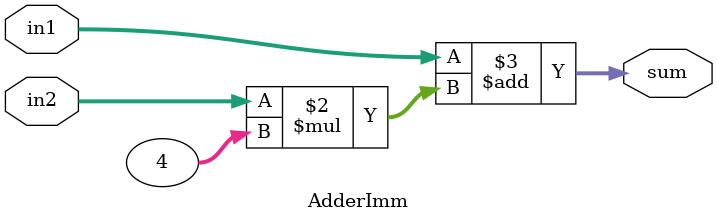
<source format=v>
module SimpleAdder(sum, in1, in2);
	output [31:0] sum;
	reg [31:0] sum;
	input [31:0] in1, in2;

	always @(sum or in1 or in2) begin 
		sum = in1 + in2;
		//$display($time,"sum = %d in1 = %d in2 = %d", sum, in1, in2);
	end
endmodule

module AdderFour(sum, in1, in2);
	output [31:0] sum;
	reg [31:0] sum;
	input [31:0] in1, in2;

	always @(sum or in1 or in2) begin 
		sum = in1 + in2;
		$display($time,"Plus4: sum = %d in1 = %d in2 = %d", sum, in1, in2);
	end
endmodule

module AdderImm(sum, in1, in2);
	output [31:0] sum;
	reg [31:0] sum;
	input [31:0] in1, in2;

	always @(sum or in1 or in2) begin 
		sum = in1 + (in2 * 4);
		$display($time,"PlusImm: sum = %d in1 = %d in2 = %d", sum, in1, in2);
	end
endmodule


</source>
